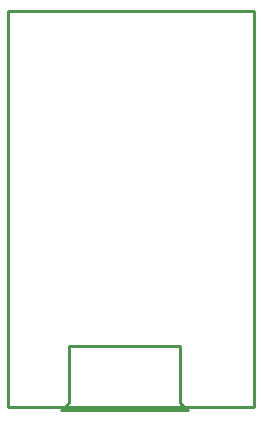
<source format=gko>
G04 ---------------------------- Layer name :KeepOutLayer*
G04 EasyEDA v5.8.22, Wed, 26 Dec 2018 05:37:28 GMT*
G04 8ad1f06e4ff34cadb9936333048842b5*
G04 Gerber Generator version 0.2*
G04 Scale: 100 percent, Rotated: No, Reflected: No *
G04 Dimensions in inches *
G04 leading zeros omitted , absolute positions ,2 integer and 4 decimal *
%FSLAX24Y24*%
%MOIN*%
G90*
G70D02*

%ADD10C,0.010000*%
G54D10*
G01X5998Y-110D02*
G01X5757Y150D01*
G01X5757Y150D02*
G01X5757Y2038D01*
G01X5757Y2038D02*
G01X2037Y2039D01*
G01X2037Y2039D02*
G01X2045Y149D01*
G01X2045Y149D02*
G01X1789Y-114D01*
G01X1789Y-114D02*
G01X5998Y-110D01*
G01X0Y6300D02*
G01X0Y13200D01*
G01X8200Y13200D01*
G01X8200Y0D01*
G01X0Y0D01*
G01X0Y6300D01*

%LPD*%
M00*
M02*

</source>
